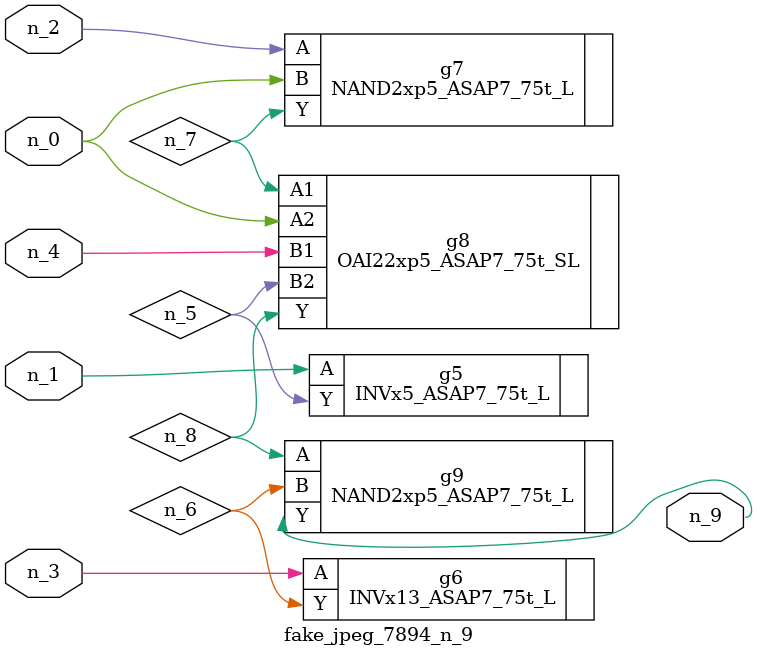
<source format=v>
module fake_jpeg_7894_n_9 (n_3, n_2, n_1, n_0, n_4, n_9);

input n_3;
input n_2;
input n_1;
input n_0;
input n_4;

output n_9;

wire n_8;
wire n_6;
wire n_5;
wire n_7;

INVx5_ASAP7_75t_L g5 ( 
.A(n_1),
.Y(n_5)
);

INVx13_ASAP7_75t_L g6 ( 
.A(n_3),
.Y(n_6)
);

NAND2xp5_ASAP7_75t_L g7 ( 
.A(n_2),
.B(n_0),
.Y(n_7)
);

OAI22xp5_ASAP7_75t_SL g8 ( 
.A1(n_7),
.A2(n_0),
.B1(n_4),
.B2(n_5),
.Y(n_8)
);

NAND2xp5_ASAP7_75t_L g9 ( 
.A(n_8),
.B(n_6),
.Y(n_9)
);


endmodule
</source>
